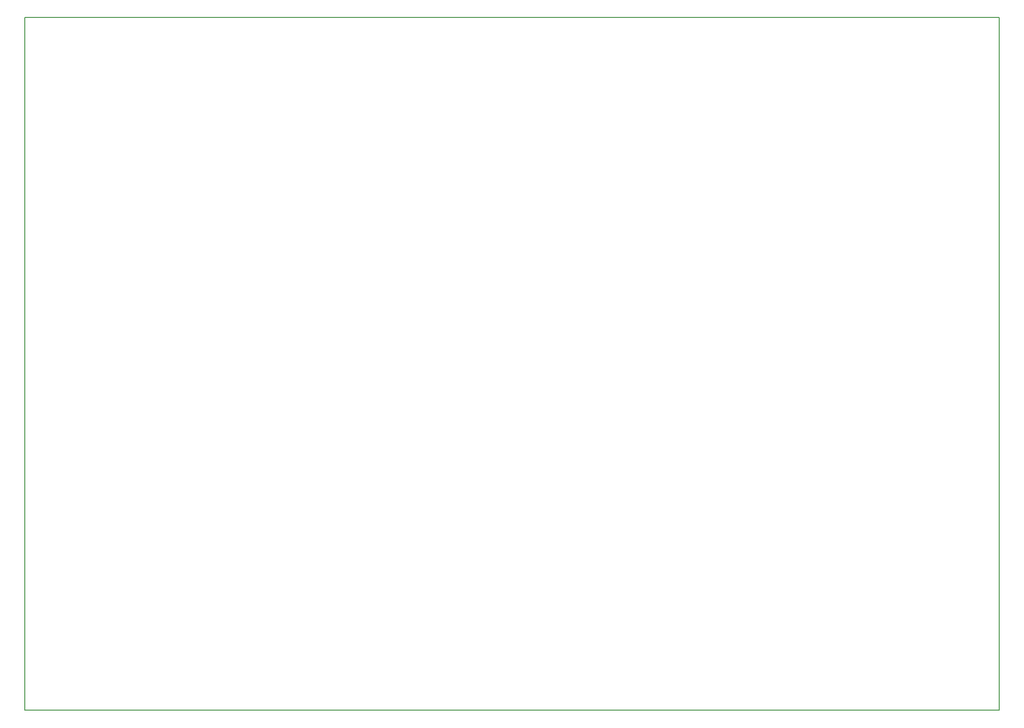
<source format=gbr>
%TF.GenerationSoftware,KiCad,Pcbnew,8.0.8-8.0.8-0~ubuntu22.04.1*%
%TF.CreationDate,2025-01-31T14:52:17-08:00*%
%TF.ProjectId,Backplane_Board,4261636b-706c-4616-9e65-5f426f617264,1*%
%TF.SameCoordinates,Original*%
%TF.FileFunction,Profile,NP*%
%FSLAX46Y46*%
G04 Gerber Fmt 4.6, Leading zero omitted, Abs format (unit mm)*
G04 Created by KiCad (PCBNEW 8.0.8-8.0.8-0~ubuntu22.04.1) date 2025-01-31 14:52:17*
%MOMM*%
%LPD*%
G01*
G04 APERTURE LIST*
%TA.AperFunction,Profile*%
%ADD10C,0.200000*%
%TD*%
G04 APERTURE END LIST*
D10*
X31300000Y-23400000D02*
X211020000Y-23400000D01*
X211020000Y-151300000D01*
X31300000Y-151300000D01*
X31300000Y-23400000D01*
M02*

</source>
